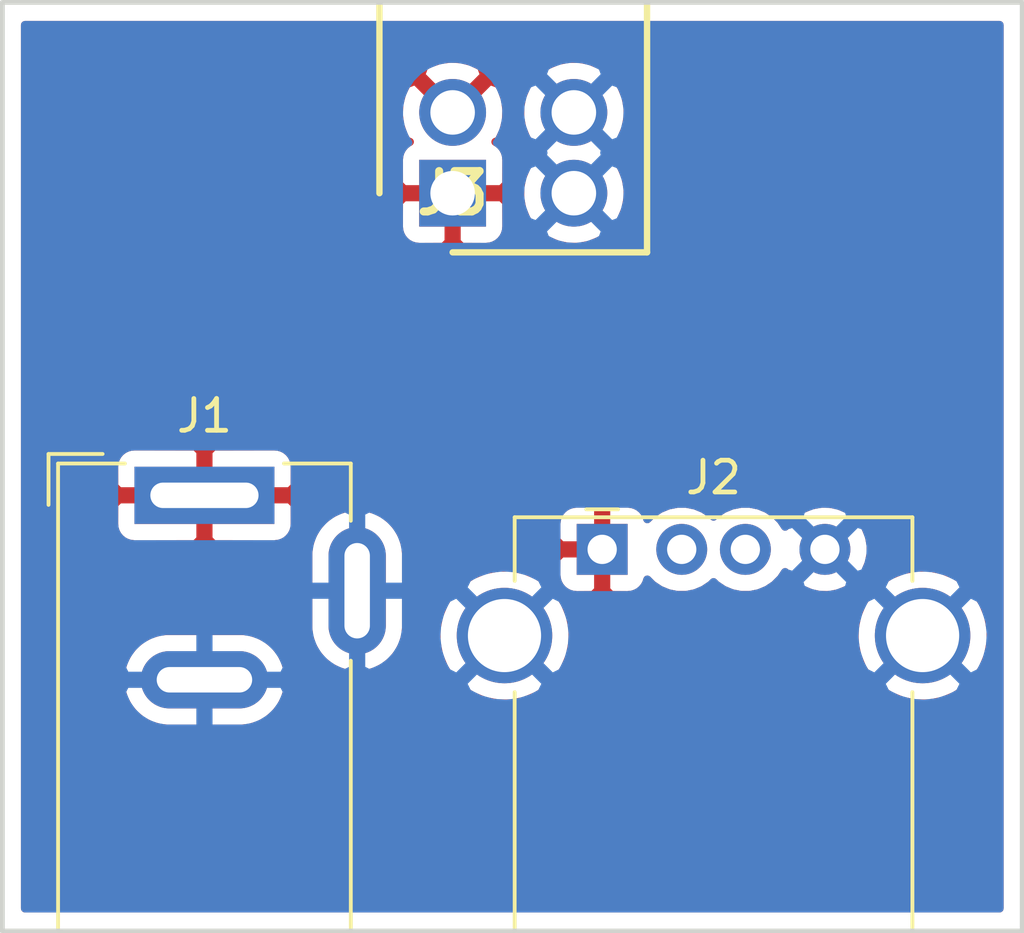
<source format=kicad_pcb>
(kicad_pcb (version 20171130) (host pcbnew "(5.1.5-0-10_14)")

  (general
    (thickness 1.6)
    (drawings 4)
    (tracks 0)
    (zones 0)
    (modules 3)
    (nets 5)
  )

  (page A4)
  (layers
    (0 F.Cu signal hide)
    (31 B.Cu signal hide)
    (32 B.Adhes user)
    (33 F.Adhes user)
    (34 B.Paste user)
    (35 F.Paste user)
    (36 B.SilkS user)
    (37 F.SilkS user)
    (38 B.Mask user)
    (39 F.Mask user)
    (40 Dwgs.User user)
    (41 Cmts.User user)
    (42 Eco1.User user)
    (43 Eco2.User user)
    (44 Edge.Cuts user)
    (45 Margin user)
    (46 B.CrtYd user)
    (47 F.CrtYd user)
    (48 B.Fab user)
    (49 F.Fab user)
  )

  (setup
    (last_trace_width 0.25)
    (trace_clearance 0.2)
    (zone_clearance 0.508)
    (zone_45_only no)
    (trace_min 0.2)
    (via_size 0.8)
    (via_drill 0.4)
    (via_min_size 0.4)
    (via_min_drill 0.3)
    (uvia_size 0.3)
    (uvia_drill 0.1)
    (uvias_allowed no)
    (uvia_min_size 0.2)
    (uvia_min_drill 0.1)
    (edge_width 0.05)
    (segment_width 0.2)
    (pcb_text_width 0.3)
    (pcb_text_size 1.5 1.5)
    (mod_edge_width 0.12)
    (mod_text_size 1 1)
    (mod_text_width 0.15)
    (pad_size 1.524 1.524)
    (pad_drill 0.762)
    (pad_to_mask_clearance 0.051)
    (solder_mask_min_width 0.25)
    (aux_axis_origin 0 0)
    (grid_origin 56.7 88.3)
    (visible_elements FFFFFF7F)
    (pcbplotparams
      (layerselection 0x010fc_ffffffff)
      (usegerberextensions false)
      (usegerberattributes false)
      (usegerberadvancedattributes false)
      (creategerberjobfile false)
      (excludeedgelayer true)
      (linewidth 0.100000)
      (plotframeref false)
      (viasonmask false)
      (mode 1)
      (useauxorigin false)
      (hpglpennumber 1)
      (hpglpenspeed 20)
      (hpglpendiameter 15.000000)
      (psnegative false)
      (psa4output false)
      (plotreference true)
      (plotvalue true)
      (plotinvisibletext false)
      (padsonsilk false)
      (subtractmaskfromsilk false)
      (outputformat 1)
      (mirror false)
      (drillshape 1)
      (scaleselection 1)
      (outputdirectory ""))
  )

  (net 0 "")
  (net 1 "Net-(J2-Pad2)")
  (net 2 "Net-(J2-Pad3)")
  (net 3 VCC)
  (net 4 GND)

  (net_class Default "This is the default net class."
    (clearance 0.2)
    (trace_width 0.25)
    (via_dia 0.8)
    (via_drill 0.4)
    (uvia_dia 0.3)
    (uvia_drill 0.1)
    (add_net GND)
    (add_net "Net-(J2-Pad2)")
    (add_net "Net-(J2-Pad3)")
    (add_net VCC)
  )

  (module Connector_USB:USB_A_Stewart_SS-52100-001_Horizontal (layer F.Cu) (tedit 5CB49A87) (tstamp 5EEBBD67)
    (at 77.4 72)
    (descr "USB A connector https://belfuse.com/resources/drawings/stewartconnector/dr-stw-ss-52100-001.pdf")
    (tags "USB_A Female Connector receptacle")
    (path /5EEB6608)
    (fp_text reference J2 (at 3.5 -2.26) (layer F.SilkS)
      (effects (font (size 1 1) (thickness 0.15)))
    )
    (fp_text value USB_A (at 3.5 14.49) (layer F.Fab) hide
      (effects (font (size 1 1) (thickness 0.15)))
    )
    (fp_line (start -5.15 1.99) (end -4.25 0.69) (layer F.CrtYd) (width 0.05))
    (fp_line (start -5.15 3.44) (end -5.15 1.99) (layer F.CrtYd) (width 0.05))
    (fp_line (start -3.25 4.74) (end -4.25 4.74) (layer F.CrtYd) (width 0.05))
    (fp_line (start -5.15 3.44) (end -4.25 4.74) (layer F.CrtYd) (width 0.05))
    (fp_line (start -3.25 0.69) (end -4.25 0.69) (layer F.CrtYd) (width 0.05))
    (fp_line (start 12.15 3.44) (end 11.25 4.74) (layer F.CrtYd) (width 0.05))
    (fp_line (start -3.25 0.69) (end -3.25 -1.51) (layer F.CrtYd) (width 0.05))
    (fp_line (start 10.25 -1.51) (end -3.25 -1.51) (layer F.CrtYd) (width 0.05))
    (fp_line (start 10.25 0.69) (end 10.25 -1.51) (layer F.CrtYd) (width 0.05))
    (fp_line (start 12.15 1.99) (end 12.15 3.44) (layer F.CrtYd) (width 0.05))
    (fp_line (start 10.25 0.69) (end 11.25 0.69) (layer F.CrtYd) (width 0.05))
    (fp_line (start 12.15 1.99) (end 11.25 0.69) (layer F.CrtYd) (width 0.05))
    (fp_line (start 10.75 12.49) (end 10.75 12.99) (layer F.Fab) (width 0.1))
    (fp_line (start 9.75 12.49) (end 10.75 12.49) (layer F.Fab) (width 0.1))
    (fp_line (start -3.75 12.49) (end -2.75 12.49) (layer F.Fab) (width 0.1))
    (fp_line (start -3.75 12.99) (end -3.75 12.49) (layer F.Fab) (width 0.1))
    (fp_line (start -3.75 12.99) (end 10.75 12.99) (layer F.Fab) (width 0.1))
    (fp_line (start -2.75 12.49) (end -2.75 -1.01) (layer F.Fab) (width 0.1))
    (fp_line (start -2.75 -1.01) (end 9.75 -1.01) (layer F.Fab) (width 0.1))
    (fp_line (start 9.75 12.49) (end 9.75 -1.01) (layer F.Fab) (width 0.1))
    (fp_text user %R (at 3.5 5.99) (layer F.Fab)
      (effects (font (size 1 1) (thickness 0.15)))
    )
    (fp_line (start -3.75 12.99) (end 10.75 12.99) (layer F.SilkS) (width 0.12))
    (fp_line (start 10.75 12.99) (end 10.75 12.49) (layer F.SilkS) (width 0.12))
    (fp_line (start 10.75 12.49) (end 9.75 12.49) (layer F.SilkS) (width 0.12))
    (fp_line (start 9.75 12.49) (end 9.75 4.49) (layer F.SilkS) (width 0.12))
    (fp_line (start 9.75 0.99) (end 9.75 -1.01) (layer F.SilkS) (width 0.12))
    (fp_line (start 9.75 -1.01) (end -2.75 -1.01) (layer F.SilkS) (width 0.12))
    (fp_line (start -2.75 -1.01) (end -2.75 0.99) (layer F.SilkS) (width 0.12))
    (fp_line (start -2.75 4.49) (end -2.75 12.49) (layer F.SilkS) (width 0.12))
    (fp_line (start -2.75 12.49) (end -3.75 12.49) (layer F.SilkS) (width 0.12))
    (fp_line (start -3.75 12.49) (end -3.75 12.99) (layer F.SilkS) (width 0.12))
    (fp_line (start -0.5 -1.26) (end 0.5 -1.26) (layer F.SilkS) (width 0.12))
    (fp_line (start -0.25 -1.01) (end 0 -0.76) (layer F.Fab) (width 0.1))
    (fp_line (start 0 -0.76) (end 0.25 -1.01) (layer F.Fab) (width 0.1))
    (fp_line (start -3.25 4.74) (end -3.25 11.99) (layer F.CrtYd) (width 0.05))
    (fp_line (start -3.25 11.99) (end -4.25 11.99) (layer F.CrtYd) (width 0.05))
    (fp_line (start -4.25 11.99) (end -4.25 13.49) (layer F.CrtYd) (width 0.05))
    (fp_line (start -4.25 13.49) (end 11.25 13.49) (layer F.CrtYd) (width 0.05))
    (fp_line (start 11.25 13.49) (end 11.25 11.99) (layer F.CrtYd) (width 0.05))
    (fp_line (start 11.25 11.99) (end 10.25 11.99) (layer F.CrtYd) (width 0.05))
    (fp_line (start 10.25 11.99) (end 10.25 4.74) (layer F.CrtYd) (width 0.05))
    (fp_line (start 10.25 4.74) (end 11.25 4.74) (layer F.CrtYd) (width 0.05))
    (pad 4 thru_hole circle (at 7 0) (size 1.6 1.6) (drill 0.92) (layers *.Cu *.Mask)
      (net 4 GND))
    (pad 3 thru_hole circle (at 4.5 0) (size 1.6 1.6) (drill 0.92) (layers *.Cu *.Mask)
      (net 2 "Net-(J2-Pad3)"))
    (pad 2 thru_hole circle (at 2.5 0) (size 1.6 1.6) (drill 0.92) (layers *.Cu *.Mask)
      (net 1 "Net-(J2-Pad2)"))
    (pad 1 thru_hole rect (at 0 0) (size 1.6 1.6) (drill 0.92) (layers *.Cu *.Mask)
      (net 3 VCC))
    (pad 5 thru_hole circle (at -3.07 2.71) (size 3 3) (drill 2.3) (layers *.Cu *.Mask)
      (net 4 GND))
    (pad 5 thru_hole circle (at 10.07 2.71) (size 3 3) (drill 2.3) (layers *.Cu *.Mask)
      (net 4 GND))
    (model ${KISYS3DMOD}/Connector_USB.3dshapes/USB_A_Stewart_SS-52100-001_Horizontal.wrl
      (at (xyz 0 0 0))
      (scale (xyz 1 1 1))
      (rotate (xyz 0 0 0))
    )
  )

  (module Connector_BarrelJack:BarrelJack_Wuerth_6941xx301002 (layer F.Cu) (tedit 5B191DE1) (tstamp 5EEBB60D)
    (at 64.9 70.3)
    (descr "Wuerth electronics barrel jack connector (5.5mm outher diameter, inner diameter 2.05mm or 2.55mm depending on exact order number), See: http://katalog.we-online.de/em/datasheet/6941xx301002.pdf")
    (tags "connector barrel jack")
    (path /5EEBA648)
    (fp_text reference J1 (at 0 -2.5) (layer F.SilkS)
      (effects (font (size 1 1) (thickness 0.15)))
    )
    (fp_text value Barrel_Jack_Switch (at 0 15.5) (layer F.Fab) hide
      (effects (font (size 1 1) (thickness 0.15)))
    )
    (fp_line (start -4.6 -1) (end -2.5 -1) (layer F.SilkS) (width 0.12))
    (fp_line (start 6.2 0.5) (end 5 0.5) (layer F.CrtYd) (width 0.05))
    (fp_line (start 6.2 5.5) (end 5 5.5) (layer F.CrtYd) (width 0.05))
    (fp_line (start 6.2 0.5) (end 6.2 5.5) (layer F.CrtYd) (width 0.05))
    (fp_line (start 5 0.5) (end 5 -1.4) (layer F.CrtYd) (width 0.05))
    (fp_line (start -5 14.1) (end 5 14.1) (layer F.CrtYd) (width 0.05))
    (fp_line (start -5 -1.4) (end -5 14.1) (layer F.CrtYd) (width 0.05))
    (fp_line (start 5 -1.4) (end -5 -1.4) (layer F.CrtYd) (width 0.05))
    (fp_line (start -4.9 -1.3) (end -4.9 0.3) (layer F.SilkS) (width 0.12))
    (fp_line (start -3.2 -1.3) (end -4.9 -1.3) (layer F.SilkS) (width 0.12))
    (fp_line (start 4.6 -1) (end 4.6 0.8) (layer F.SilkS) (width 0.12))
    (fp_line (start 2.5 -1) (end 4.6 -1) (layer F.SilkS) (width 0.12))
    (fp_line (start -4.6 13.7) (end -4.6 -1) (layer F.SilkS) (width 0.12))
    (fp_line (start 4.6 13.7) (end -4.6 13.7) (layer F.SilkS) (width 0.12))
    (fp_text user %R (at 0 7.5) (layer F.Fab)
      (effects (font (size 1 1) (thickness 0.15)))
    )
    (fp_line (start -4.5 13.6) (end -4.5 0.1) (layer F.Fab) (width 0.1))
    (fp_line (start 4.5 13.6) (end -4.5 13.6) (layer F.Fab) (width 0.1))
    (fp_line (start 4.5 -0.9) (end 4.5 13.6) (layer F.Fab) (width 0.1))
    (fp_line (start 4.5 -0.9) (end -3.5 -0.9) (layer F.Fab) (width 0.1))
    (fp_line (start -4.5 0.1) (end -3.5 -0.9) (layer F.Fab) (width 0.1))
    (fp_line (start 4.6 5.2) (end 4.6 13.7) (layer F.SilkS) (width 0.12))
    (fp_line (start 5 14.1) (end 5 5.5) (layer F.CrtYd) (width 0.05))
    (pad 1 thru_hole rect (at 0 0) (size 4.4 1.8) (drill oval 3.4 0.8) (layers *.Cu *.Mask)
      (net 3 VCC))
    (pad 2 thru_hole oval (at 0 5.8) (size 4 1.8) (drill oval 3 0.8) (layers *.Cu *.Mask)
      (net 4 GND))
    (pad 3 thru_hole oval (at 4.8 3 90) (size 4 1.8) (drill oval 3 0.8) (layers *.Cu *.Mask)
      (net 4 GND))
    (model ${KISYS3DMOD}/Connector_BarrelJack.3dshapes/BarrelJack_Wuerth_6941xx301002.wrl
      (at (xyz 0 0 0))
      (scale (xyz 1 1 1))
      (rotate (xyz 0 0 0))
    )
  )

  (module Connector:PhoenixContact_IMC_1862577 (layer F.Cu) (tedit 0) (tstamp 5EEA6137)
    (at 72.7 60.8)
    (descr 1862577)
    (tags Connector)
    (path /5EEC77C2)
    (fp_text reference J3 (at 0 0) (layer F.SilkS)
      (effects (font (size 1.27 1.27) (thickness 0.254)))
    )
    (fp_text value Phoenix_IMC_1862577 (at 0 0) (layer F.SilkS) hide
      (effects (font (size 1.27 1.27) (thickness 0.254)))
    )
    (fp_text user %R (at 0 0) (layer F.Fab)
      (effects (font (size 1.27 1.27) (thickness 0.254)))
    )
    (fp_line (start -2.55 2.11) (end -2.55 -24.09) (layer F.CrtYd) (width 0.05))
    (fp_line (start -2.55 -24.09) (end 6.36 -24.09) (layer F.CrtYd) (width 0.05))
    (fp_line (start 6.36 -24.09) (end 6.36 2.11) (layer F.CrtYd) (width 0.05))
    (fp_line (start 6.36 2.11) (end -2.55 2.11) (layer F.CrtYd) (width 0.05))
    (fp_line (start -2.3 1.86) (end -2.3 -23.84) (layer F.Fab) (width 0.1))
    (fp_line (start -2.3 -23.84) (end 6.11 -23.84) (layer F.Fab) (width 0.1))
    (fp_line (start 6.11 -23.84) (end 6.11 1.86) (layer F.Fab) (width 0.1))
    (fp_line (start 6.11 1.86) (end -2.3 1.86) (layer F.Fab) (width 0.1))
    (fp_line (start 0 1.86) (end 6.11 1.86) (layer F.SilkS) (width 0.2))
    (fp_line (start 6.11 1.86) (end 6.11 -23.84) (layer F.SilkS) (width 0.2))
    (fp_line (start 6.11 -23.84) (end -2.3 -23.84) (layer F.SilkS) (width 0.2))
    (fp_line (start -2.3 -23.84) (end -2.3 0) (layer F.SilkS) (width 0.2))
    (pad 1 thru_hole rect (at 0 0) (size 2.1 2.1) (drill 1.4) (layers *.Cu *.Mask)
      (net 3 VCC))
    (pad 2 thru_hole circle (at 0 -2.54) (size 2.1 2.1) (drill 1.4) (layers *.Cu *.Mask)
      (net 3 VCC))
    (pad 3 thru_hole circle (at 3.81 0) (size 2.1 2.1) (drill 1.4) (layers *.Cu *.Mask)
      (net 4 GND))
    (pad 4 thru_hole circle (at 3.81 -2.54) (size 2.1 2.1) (drill 1.4) (layers *.Cu *.Mask)
      (net 4 GND))
    (model 1862577.stp
      (at (xyz 0 0 0))
      (scale (xyz 1 1 1))
      (rotate (xyz 0 0 0))
    )
  )

  (gr_line (start 58.55 84) (end 58.55 54.8) (layer Edge.Cuts) (width 0.15) (tstamp 5EEA5DC3))
  (gr_line (start 90.6 84) (end 58.55 84) (layer Edge.Cuts) (width 0.15) (tstamp 5EEA5DBB))
  (gr_line (start 90.6 54.8) (end 90.6 84) (layer Edge.Cuts) (width 0.15))
  (gr_line (start 58.55 54.8) (end 90.6 54.8) (layer Edge.Cuts) (width 0.15))

  (zone (net 3) (net_name VCC) (layer F.Cu) (tstamp 0) (hatch edge 0.508)
    (connect_pads (clearance 0.508))
    (min_thickness 0.254)
    (fill yes (arc_segments 32) (thermal_gap 0.508) (thermal_bridge_width 0.508))
    (polygon
      (pts
        (xy 90.525 84) (xy 58.475 84) (xy 58.55 54.825) (xy 90.6 54.825)
      )
    )
    (filled_polygon
      (pts
        (xy 89.890001 83.29) (xy 59.26 83.29) (xy 59.26 76.1) (xy 62.257573 76.1) (xy 62.28721 76.400913)
        (xy 62.374983 76.690261) (xy 62.517519 76.956927) (xy 62.709339 77.190661) (xy 62.943073 77.382481) (xy 63.209739 77.525017)
        (xy 63.499087 77.61279) (xy 63.724592 77.635) (xy 66.075408 77.635) (xy 66.300913 77.61279) (xy 66.590261 77.525017)
        (xy 66.856927 77.382481) (xy 67.090661 77.190661) (xy 67.282481 76.956927) (xy 67.425017 76.690261) (xy 67.51279 76.400913)
        (xy 67.542427 76.1) (xy 67.51279 75.799087) (xy 67.425017 75.509739) (xy 67.282481 75.243073) (xy 67.090661 75.009339)
        (xy 66.856927 74.817519) (xy 66.590261 74.674983) (xy 66.300913 74.58721) (xy 66.075408 74.565) (xy 63.724592 74.565)
        (xy 63.499087 74.58721) (xy 63.209739 74.674983) (xy 62.943073 74.817519) (xy 62.709339 75.009339) (xy 62.517519 75.243073)
        (xy 62.374983 75.509739) (xy 62.28721 75.799087) (xy 62.257573 76.1) (xy 59.26 76.1) (xy 59.26 72.124593)
        (xy 68.165 72.124593) (xy 68.165001 74.475408) (xy 68.187211 74.700913) (xy 68.274984 74.990261) (xy 68.41752 75.256927)
        (xy 68.60934 75.490661) (xy 68.843074 75.682481) (xy 69.10974 75.825017) (xy 69.399088 75.91279) (xy 69.7 75.942427)
        (xy 70.000913 75.91279) (xy 70.290261 75.825017) (xy 70.556927 75.682481) (xy 70.790661 75.490661) (xy 70.982481 75.256927)
        (xy 71.125017 74.990261) (xy 71.21279 74.700913) (xy 71.232605 74.499721) (xy 72.195 74.499721) (xy 72.195 74.920279)
        (xy 72.277047 75.332756) (xy 72.437988 75.721302) (xy 72.671637 76.070983) (xy 72.969017 76.368363) (xy 73.318698 76.602012)
        (xy 73.707244 76.762953) (xy 74.119721 76.845) (xy 74.540279 76.845) (xy 74.952756 76.762953) (xy 75.341302 76.602012)
        (xy 75.690983 76.368363) (xy 75.988363 76.070983) (xy 76.222012 75.721302) (xy 76.382953 75.332756) (xy 76.465 74.920279)
        (xy 76.465 74.499721) (xy 85.335 74.499721) (xy 85.335 74.920279) (xy 85.417047 75.332756) (xy 85.577988 75.721302)
        (xy 85.811637 76.070983) (xy 86.109017 76.368363) (xy 86.458698 76.602012) (xy 86.847244 76.762953) (xy 87.259721 76.845)
        (xy 87.680279 76.845) (xy 88.092756 76.762953) (xy 88.481302 76.602012) (xy 88.830983 76.368363) (xy 89.128363 76.070983)
        (xy 89.362012 75.721302) (xy 89.522953 75.332756) (xy 89.605 74.920279) (xy 89.605 74.499721) (xy 89.522953 74.087244)
        (xy 89.362012 73.698698) (xy 89.128363 73.349017) (xy 88.830983 73.051637) (xy 88.481302 72.817988) (xy 88.092756 72.657047)
        (xy 87.680279 72.575) (xy 87.259721 72.575) (xy 86.847244 72.657047) (xy 86.458698 72.817988) (xy 86.109017 73.051637)
        (xy 85.811637 73.349017) (xy 85.577988 73.698698) (xy 85.417047 74.087244) (xy 85.335 74.499721) (xy 76.465 74.499721)
        (xy 76.382953 74.087244) (xy 76.222012 73.698698) (xy 75.988363 73.349017) (xy 75.690983 73.051637) (xy 75.341302 72.817988)
        (xy 75.297876 72.8) (xy 75.961928 72.8) (xy 75.974188 72.924482) (xy 76.010498 73.04418) (xy 76.069463 73.154494)
        (xy 76.148815 73.251185) (xy 76.245506 73.330537) (xy 76.35582 73.389502) (xy 76.475518 73.425812) (xy 76.6 73.438072)
        (xy 77.11425 73.435) (xy 77.273 73.27625) (xy 77.273 72.127) (xy 76.12375 72.127) (xy 75.965 72.28575)
        (xy 75.961928 72.8) (xy 75.297876 72.8) (xy 74.952756 72.657047) (xy 74.540279 72.575) (xy 74.119721 72.575)
        (xy 73.707244 72.657047) (xy 73.318698 72.817988) (xy 72.969017 73.051637) (xy 72.671637 73.349017) (xy 72.437988 73.698698)
        (xy 72.277047 74.087244) (xy 72.195 74.499721) (xy 71.232605 74.499721) (xy 71.235 74.475408) (xy 71.235 72.124592)
        (xy 71.21279 71.899087) (xy 71.125017 71.609739) (xy 70.982481 71.343073) (xy 70.865065 71.2) (xy 75.961928 71.2)
        (xy 75.965 71.71425) (xy 76.12375 71.873) (xy 77.273 71.873) (xy 77.273 70.72375) (xy 77.527 70.72375)
        (xy 77.527 71.873) (xy 77.547 71.873) (xy 77.547 72.127) (xy 77.527 72.127) (xy 77.527 73.27625)
        (xy 77.68575 73.435) (xy 78.2 73.438072) (xy 78.324482 73.425812) (xy 78.44418 73.389502) (xy 78.554494 73.330537)
        (xy 78.651185 73.251185) (xy 78.730537 73.154494) (xy 78.789502 73.04418) (xy 78.818661 72.948057) (xy 78.985241 73.114637)
        (xy 79.220273 73.27168) (xy 79.481426 73.379853) (xy 79.758665 73.435) (xy 80.041335 73.435) (xy 80.318574 73.379853)
        (xy 80.579727 73.27168) (xy 80.814759 73.114637) (xy 80.9 73.029396) (xy 80.985241 73.114637) (xy 81.220273 73.27168)
        (xy 81.481426 73.379853) (xy 81.758665 73.435) (xy 82.041335 73.435) (xy 82.318574 73.379853) (xy 82.579727 73.27168)
        (xy 82.814759 73.114637) (xy 83.014637 72.914759) (xy 83.15 72.712173) (xy 83.285363 72.914759) (xy 83.485241 73.114637)
        (xy 83.720273 73.27168) (xy 83.981426 73.379853) (xy 84.258665 73.435) (xy 84.541335 73.435) (xy 84.818574 73.379853)
        (xy 85.079727 73.27168) (xy 85.314759 73.114637) (xy 85.514637 72.914759) (xy 85.67168 72.679727) (xy 85.779853 72.418574)
        (xy 85.835 72.141335) (xy 85.835 71.858665) (xy 85.779853 71.581426) (xy 85.67168 71.320273) (xy 85.514637 71.085241)
        (xy 85.314759 70.885363) (xy 85.079727 70.72832) (xy 84.818574 70.620147) (xy 84.541335 70.565) (xy 84.258665 70.565)
        (xy 83.981426 70.620147) (xy 83.720273 70.72832) (xy 83.485241 70.885363) (xy 83.285363 71.085241) (xy 83.15 71.287827)
        (xy 83.014637 71.085241) (xy 82.814759 70.885363) (xy 82.579727 70.72832) (xy 82.318574 70.620147) (xy 82.041335 70.565)
        (xy 81.758665 70.565) (xy 81.481426 70.620147) (xy 81.220273 70.72832) (xy 80.985241 70.885363) (xy 80.9 70.970604)
        (xy 80.814759 70.885363) (xy 80.579727 70.72832) (xy 80.318574 70.620147) (xy 80.041335 70.565) (xy 79.758665 70.565)
        (xy 79.481426 70.620147) (xy 79.220273 70.72832) (xy 78.985241 70.885363) (xy 78.818661 71.051943) (xy 78.789502 70.95582)
        (xy 78.730537 70.845506) (xy 78.651185 70.748815) (xy 78.554494 70.669463) (xy 78.44418 70.610498) (xy 78.324482 70.574188)
        (xy 78.2 70.561928) (xy 77.68575 70.565) (xy 77.527 70.72375) (xy 77.273 70.72375) (xy 77.11425 70.565)
        (xy 76.6 70.561928) (xy 76.475518 70.574188) (xy 76.35582 70.610498) (xy 76.245506 70.669463) (xy 76.148815 70.748815)
        (xy 76.069463 70.845506) (xy 76.010498 70.95582) (xy 75.974188 71.075518) (xy 75.961928 71.2) (xy 70.865065 71.2)
        (xy 70.790661 71.109339) (xy 70.556926 70.917519) (xy 70.29026 70.774983) (xy 70.000912 70.68721) (xy 69.7 70.657573)
        (xy 69.399087 70.68721) (xy 69.109739 70.774983) (xy 68.843073 70.917519) (xy 68.609339 71.109339) (xy 68.417519 71.343074)
        (xy 68.274983 71.60974) (xy 68.18721 71.899088) (xy 68.165 72.124593) (xy 59.26 72.124593) (xy 59.26 71.2)
        (xy 62.061928 71.2) (xy 62.074188 71.324482) (xy 62.110498 71.44418) (xy 62.169463 71.554494) (xy 62.248815 71.651185)
        (xy 62.345506 71.730537) (xy 62.45582 71.789502) (xy 62.575518 71.825812) (xy 62.7 71.838072) (xy 64.61425 71.835)
        (xy 64.773 71.67625) (xy 64.773 70.427) (xy 65.027 70.427) (xy 65.027 71.67625) (xy 65.18575 71.835)
        (xy 67.1 71.838072) (xy 67.224482 71.825812) (xy 67.34418 71.789502) (xy 67.454494 71.730537) (xy 67.551185 71.651185)
        (xy 67.630537 71.554494) (xy 67.689502 71.44418) (xy 67.725812 71.324482) (xy 67.738072 71.2) (xy 67.735 70.58575)
        (xy 67.57625 70.427) (xy 65.027 70.427) (xy 64.773 70.427) (xy 62.22375 70.427) (xy 62.065 70.58575)
        (xy 62.061928 71.2) (xy 59.26 71.2) (xy 59.26 69.4) (xy 62.061928 69.4) (xy 62.065 70.01425)
        (xy 62.22375 70.173) (xy 64.773 70.173) (xy 64.773 68.92375) (xy 65.027 68.92375) (xy 65.027 70.173)
        (xy 67.57625 70.173) (xy 67.735 70.01425) (xy 67.738072 69.4) (xy 67.725812 69.275518) (xy 67.689502 69.15582)
        (xy 67.630537 69.045506) (xy 67.551185 68.948815) (xy 67.454494 68.869463) (xy 67.34418 68.810498) (xy 67.224482 68.774188)
        (xy 67.1 68.761928) (xy 65.18575 68.765) (xy 65.027 68.92375) (xy 64.773 68.92375) (xy 64.61425 68.765)
        (xy 62.7 68.761928) (xy 62.575518 68.774188) (xy 62.45582 68.810498) (xy 62.345506 68.869463) (xy 62.248815 68.948815)
        (xy 62.169463 69.045506) (xy 62.110498 69.15582) (xy 62.074188 69.275518) (xy 62.061928 69.4) (xy 59.26 69.4)
        (xy 59.26 61.85) (xy 71.011928 61.85) (xy 71.024188 61.974482) (xy 71.060498 62.09418) (xy 71.119463 62.204494)
        (xy 71.198815 62.301185) (xy 71.295506 62.380537) (xy 71.40582 62.439502) (xy 71.525518 62.475812) (xy 71.65 62.488072)
        (xy 72.41425 62.485) (xy 72.573 62.32625) (xy 72.573 60.927) (xy 72.827 60.927) (xy 72.827 62.32625)
        (xy 72.98575 62.485) (xy 73.75 62.488072) (xy 73.874482 62.475812) (xy 73.99418 62.439502) (xy 74.104494 62.380537)
        (xy 74.201185 62.301185) (xy 74.280537 62.204494) (xy 74.339502 62.09418) (xy 74.375812 61.974482) (xy 74.388072 61.85)
        (xy 74.385 61.08575) (xy 74.22625 60.927) (xy 72.827 60.927) (xy 72.573 60.927) (xy 71.17375 60.927)
        (xy 71.015 61.08575) (xy 71.011928 61.85) (xy 59.26 61.85) (xy 59.26 58.320617) (xy 71.007934 58.320617)
        (xy 71.052272 58.649557) (xy 71.159931 58.963527) (xy 71.259421 59.149661) (xy 71.357082 59.186549) (xy 71.295506 59.219463)
        (xy 71.198815 59.298815) (xy 71.119463 59.395506) (xy 71.060498 59.50582) (xy 71.024188 59.625518) (xy 71.011928 59.75)
        (xy 71.015 60.51425) (xy 71.17375 60.673) (xy 72.573 60.673) (xy 72.573 60.653) (xy 72.827 60.653)
        (xy 72.827 60.673) (xy 74.22625 60.673) (xy 74.385 60.51425) (xy 74.388072 59.75) (xy 74.375812 59.625518)
        (xy 74.339502 59.50582) (xy 74.280537 59.395506) (xy 74.201185 59.298815) (xy 74.104494 59.219463) (xy 74.042918 59.186549)
        (xy 74.140579 59.149661) (xy 74.286463 58.851523) (xy 74.37138 58.530654) (xy 74.392066 58.199383) (xy 74.377868 58.094042)
        (xy 74.825 58.094042) (xy 74.825 58.425958) (xy 74.889754 58.751496) (xy 75.016772 59.058147) (xy 75.201175 59.334125)
        (xy 75.39705 59.53) (xy 75.201175 59.725875) (xy 75.016772 60.001853) (xy 74.889754 60.308504) (xy 74.825 60.634042)
        (xy 74.825 60.965958) (xy 74.889754 61.291496) (xy 75.016772 61.598147) (xy 75.201175 61.874125) (xy 75.435875 62.108825)
        (xy 75.711853 62.293228) (xy 76.018504 62.420246) (xy 76.344042 62.485) (xy 76.675958 62.485) (xy 77.001496 62.420246)
        (xy 77.308147 62.293228) (xy 77.584125 62.108825) (xy 77.818825 61.874125) (xy 78.003228 61.598147) (xy 78.130246 61.291496)
        (xy 78.195 60.965958) (xy 78.195 60.634042) (xy 78.130246 60.308504) (xy 78.003228 60.001853) (xy 77.818825 59.725875)
        (xy 77.62295 59.53) (xy 77.818825 59.334125) (xy 78.003228 59.058147) (xy 78.130246 58.751496) (xy 78.195 58.425958)
        (xy 78.195 58.094042) (xy 78.130246 57.768504) (xy 78.003228 57.461853) (xy 77.818825 57.185875) (xy 77.584125 56.951175)
        (xy 77.308147 56.766772) (xy 77.001496 56.639754) (xy 76.675958 56.575) (xy 76.344042 56.575) (xy 76.018504 56.639754)
        (xy 75.711853 56.766772) (xy 75.435875 56.951175) (xy 75.201175 57.185875) (xy 75.016772 57.461853) (xy 74.889754 57.768504)
        (xy 74.825 58.094042) (xy 74.377868 58.094042) (xy 74.347728 57.870443) (xy 74.240069 57.556473) (xy 74.140579 57.370339)
        (xy 73.871066 57.268539) (xy 72.879605 58.26) (xy 72.893748 58.274143) (xy 72.714143 58.453748) (xy 72.7 58.439605)
        (xy 72.685858 58.453748) (xy 72.506253 58.274143) (xy 72.520395 58.26) (xy 71.528934 57.268539) (xy 71.259421 57.370339)
        (xy 71.113537 57.668477) (xy 71.02862 57.989346) (xy 71.007934 58.320617) (xy 59.26 58.320617) (xy 59.26 57.088934)
        (xy 71.708539 57.088934) (xy 72.7 58.080395) (xy 73.691461 57.088934) (xy 73.589661 56.819421) (xy 73.291523 56.673537)
        (xy 72.970654 56.58862) (xy 72.639383 56.567934) (xy 72.310443 56.612272) (xy 71.996473 56.719931) (xy 71.810339 56.819421)
        (xy 71.708539 57.088934) (xy 59.26 57.088934) (xy 59.26 55.51) (xy 89.89 55.51)
      )
    )
  )
  (zone (net 4) (net_name GND) (layer B.Cu) (tstamp 5EEBC311) (hatch edge 0.508)
    (connect_pads (clearance 0.508))
    (min_thickness 0.254)
    (fill yes (arc_segments 32) (thermal_gap 0.508) (thermal_bridge_width 0.508))
    (polygon
      (pts
        (xy 90.525 84) (xy 58.475 84) (xy 58.55 54.825) (xy 90.6 54.825)
      )
    )
    (filled_polygon
      (pts
        (xy 89.890001 83.29) (xy 59.26 83.29) (xy 59.26 76.46474) (xy 62.308964 76.46474) (xy 62.333245 76.570087)
        (xy 62.453138 76.847204) (xy 62.62479 77.095606) (xy 62.841604 77.305748) (xy 63.095249 77.469554) (xy 63.375977 77.580729)
        (xy 63.673 77.635) (xy 64.773 77.635) (xy 64.773 76.227) (xy 65.027 76.227) (xy 65.027 77.635)
        (xy 66.127 77.635) (xy 66.424023 77.580729) (xy 66.704751 77.469554) (xy 66.958396 77.305748) (xy 67.17521 77.095606)
        (xy 67.346862 76.847204) (xy 67.466755 76.570087) (xy 67.491036 76.46474) (xy 67.370378 76.227) (xy 65.027 76.227)
        (xy 64.773 76.227) (xy 62.429622 76.227) (xy 62.308964 76.46474) (xy 59.26 76.46474) (xy 59.26 76.201653)
        (xy 73.017952 76.201653) (xy 73.173962 76.517214) (xy 73.548745 76.70802) (xy 73.953551 76.822044) (xy 74.372824 76.854902)
        (xy 74.790451 76.805334) (xy 75.190383 76.675243) (xy 75.486038 76.517214) (xy 75.642048 76.201653) (xy 86.157952 76.201653)
        (xy 86.313962 76.517214) (xy 86.688745 76.70802) (xy 87.093551 76.822044) (xy 87.512824 76.854902) (xy 87.930451 76.805334)
        (xy 88.330383 76.675243) (xy 88.626038 76.517214) (xy 88.782048 76.201653) (xy 87.47 74.889605) (xy 86.157952 76.201653)
        (xy 75.642048 76.201653) (xy 74.33 74.889605) (xy 73.017952 76.201653) (xy 59.26 76.201653) (xy 59.26 75.73526)
        (xy 62.308964 75.73526) (xy 62.429622 75.973) (xy 64.773 75.973) (xy 64.773 74.565) (xy 65.027 74.565)
        (xy 65.027 75.973) (xy 67.370378 75.973) (xy 67.491036 75.73526) (xy 67.466755 75.629913) (xy 67.346862 75.352796)
        (xy 67.17521 75.104394) (xy 66.958396 74.894252) (xy 66.704751 74.730446) (xy 66.424023 74.619271) (xy 66.127 74.565)
        (xy 65.027 74.565) (xy 64.773 74.565) (xy 63.673 74.565) (xy 63.375977 74.619271) (xy 63.095249 74.730446)
        (xy 62.841604 74.894252) (xy 62.62479 75.104394) (xy 62.453138 75.352796) (xy 62.333245 75.629913) (xy 62.308964 75.73526)
        (xy 59.26 75.73526) (xy 59.26 73.427) (xy 68.165 73.427) (xy 68.165 74.527) (xy 68.219271 74.824023)
        (xy 68.330446 75.104751) (xy 68.494252 75.358396) (xy 68.704394 75.57521) (xy 68.952796 75.746862) (xy 69.229913 75.866755)
        (xy 69.33526 75.891036) (xy 69.573 75.770378) (xy 69.573 73.427) (xy 69.827 73.427) (xy 69.827 75.770378)
        (xy 70.06474 75.891036) (xy 70.170087 75.866755) (xy 70.447204 75.746862) (xy 70.695606 75.57521) (xy 70.905748 75.358396)
        (xy 71.069554 75.104751) (xy 71.180729 74.824023) (xy 71.193738 74.752824) (xy 72.185098 74.752824) (xy 72.234666 75.170451)
        (xy 72.364757 75.570383) (xy 72.522786 75.866038) (xy 72.838347 76.022048) (xy 74.150395 74.71) (xy 74.509605 74.71)
        (xy 75.821653 76.022048) (xy 76.137214 75.866038) (xy 76.32802 75.491255) (xy 76.442044 75.086449) (xy 76.468189 74.752824)
        (xy 85.325098 74.752824) (xy 85.374666 75.170451) (xy 85.504757 75.570383) (xy 85.662786 75.866038) (xy 85.978347 76.022048)
        (xy 87.290395 74.71) (xy 87.649605 74.71) (xy 88.961653 76.022048) (xy 89.277214 75.866038) (xy 89.46802 75.491255)
        (xy 89.582044 75.086449) (xy 89.614902 74.667176) (xy 89.565334 74.249549) (xy 89.435243 73.849617) (xy 89.277214 73.553962)
        (xy 88.961653 73.397952) (xy 87.649605 74.71) (xy 87.290395 74.71) (xy 85.978347 73.397952) (xy 85.662786 73.553962)
        (xy 85.47198 73.928745) (xy 85.357956 74.333551) (xy 85.325098 74.752824) (xy 76.468189 74.752824) (xy 76.474902 74.667176)
        (xy 76.425334 74.249549) (xy 76.295243 73.849617) (xy 76.137214 73.553962) (xy 75.821653 73.397952) (xy 74.509605 74.71)
        (xy 74.150395 74.71) (xy 72.838347 73.397952) (xy 72.522786 73.553962) (xy 72.33198 73.928745) (xy 72.217956 74.333551)
        (xy 72.185098 74.752824) (xy 71.193738 74.752824) (xy 71.235 74.527) (xy 71.235 73.427) (xy 69.827 73.427)
        (xy 69.573 73.427) (xy 68.165 73.427) (xy 59.26 73.427) (xy 59.26 73.218347) (xy 73.017952 73.218347)
        (xy 74.33 74.530395) (xy 75.642048 73.218347) (xy 75.486038 72.902786) (xy 75.111255 72.71198) (xy 74.706449 72.597956)
        (xy 74.287176 72.565098) (xy 73.869549 72.614666) (xy 73.469617 72.744757) (xy 73.173962 72.902786) (xy 73.017952 73.218347)
        (xy 59.26 73.218347) (xy 59.26 72.073) (xy 68.165 72.073) (xy 68.165 73.173) (xy 69.573 73.173)
        (xy 69.573 70.829622) (xy 69.827 70.829622) (xy 69.827 73.173) (xy 71.235 73.173) (xy 71.235 72.073)
        (xy 71.180729 71.775977) (xy 71.069554 71.495249) (xy 70.905748 71.241604) (xy 70.865425 71.2) (xy 75.961928 71.2)
        (xy 75.961928 72.8) (xy 75.974188 72.924482) (xy 76.010498 73.04418) (xy 76.069463 73.154494) (xy 76.148815 73.251185)
        (xy 76.245506 73.330537) (xy 76.35582 73.389502) (xy 76.475518 73.425812) (xy 76.6 73.438072) (xy 78.2 73.438072)
        (xy 78.324482 73.425812) (xy 78.44418 73.389502) (xy 78.554494 73.330537) (xy 78.651185 73.251185) (xy 78.730537 73.154494)
        (xy 78.789502 73.04418) (xy 78.818661 72.948057) (xy 78.985241 73.114637) (xy 79.220273 73.27168) (xy 79.481426 73.379853)
        (xy 79.758665 73.435) (xy 80.041335 73.435) (xy 80.318574 73.379853) (xy 80.579727 73.27168) (xy 80.814759 73.114637)
        (xy 80.9 73.029396) (xy 80.985241 73.114637) (xy 81.220273 73.27168) (xy 81.481426 73.379853) (xy 81.758665 73.435)
        (xy 82.041335 73.435) (xy 82.318574 73.379853) (xy 82.579727 73.27168) (xy 82.814759 73.114637) (xy 82.936694 72.992702)
        (xy 83.586903 72.992702) (xy 83.658486 73.236671) (xy 83.913996 73.357571) (xy 84.188184 73.4263) (xy 84.470512 73.440217)
        (xy 84.75013 73.398787) (xy 85.016292 73.303603) (xy 85.141514 73.236671) (xy 85.14689 73.218347) (xy 86.157952 73.218347)
        (xy 87.47 74.530395) (xy 88.782048 73.218347) (xy 88.626038 72.902786) (xy 88.251255 72.71198) (xy 87.846449 72.597956)
        (xy 87.427176 72.565098) (xy 87.009549 72.614666) (xy 86.609617 72.744757) (xy 86.313962 72.902786) (xy 86.157952 73.218347)
        (xy 85.14689 73.218347) (xy 85.213097 72.992702) (xy 84.4 72.179605) (xy 83.586903 72.992702) (xy 82.936694 72.992702)
        (xy 83.014637 72.914759) (xy 83.148692 72.714131) (xy 83.163329 72.741514) (xy 83.407298 72.813097) (xy 84.220395 72)
        (xy 84.579605 72) (xy 85.392702 72.813097) (xy 85.636671 72.741514) (xy 85.757571 72.486004) (xy 85.8263 72.211816)
        (xy 85.840217 71.929488) (xy 85.798787 71.64987) (xy 85.703603 71.383708) (xy 85.636671 71.258486) (xy 85.392702 71.186903)
        (xy 84.579605 72) (xy 84.220395 72) (xy 83.407298 71.186903) (xy 83.163329 71.258486) (xy 83.149676 71.287341)
        (xy 83.014637 71.085241) (xy 82.936694 71.007298) (xy 83.586903 71.007298) (xy 84.4 71.820395) (xy 85.213097 71.007298)
        (xy 85.141514 70.763329) (xy 84.886004 70.642429) (xy 84.611816 70.5737) (xy 84.329488 70.559783) (xy 84.04987 70.601213)
        (xy 83.783708 70.696397) (xy 83.658486 70.763329) (xy 83.586903 71.007298) (xy 82.936694 71.007298) (xy 82.814759 70.885363)
        (xy 82.579727 70.72832) (xy 82.318574 70.620147) (xy 82.041335 70.565) (xy 81.758665 70.565) (xy 81.481426 70.620147)
        (xy 81.220273 70.72832) (xy 80.985241 70.885363) (xy 80.9 70.970604) (xy 80.814759 70.885363) (xy 80.579727 70.72832)
        (xy 80.318574 70.620147) (xy 80.041335 70.565) (xy 79.758665 70.565) (xy 79.481426 70.620147) (xy 79.220273 70.72832)
        (xy 78.985241 70.885363) (xy 78.818661 71.051943) (xy 78.789502 70.95582) (xy 78.730537 70.845506) (xy 78.651185 70.748815)
        (xy 78.554494 70.669463) (xy 78.44418 70.610498) (xy 78.324482 70.574188) (xy 78.2 70.561928) (xy 76.6 70.561928)
        (xy 76.475518 70.574188) (xy 76.35582 70.610498) (xy 76.245506 70.669463) (xy 76.148815 70.748815) (xy 76.069463 70.845506)
        (xy 76.010498 70.95582) (xy 75.974188 71.075518) (xy 75.961928 71.2) (xy 70.865425 71.2) (xy 70.695606 71.02479)
        (xy 70.447204 70.853138) (xy 70.170087 70.733245) (xy 70.06474 70.708964) (xy 69.827 70.829622) (xy 69.573 70.829622)
        (xy 69.33526 70.708964) (xy 69.229913 70.733245) (xy 68.952796 70.853138) (xy 68.704394 71.02479) (xy 68.494252 71.241604)
        (xy 68.330446 71.495249) (xy 68.219271 71.775977) (xy 68.165 72.073) (xy 59.26 72.073) (xy 59.26 69.4)
        (xy 62.061928 69.4) (xy 62.061928 71.2) (xy 62.074188 71.324482) (xy 62.110498 71.44418) (xy 62.169463 71.554494)
        (xy 62.248815 71.651185) (xy 62.345506 71.730537) (xy 62.45582 71.789502) (xy 62.575518 71.825812) (xy 62.7 71.838072)
        (xy 67.1 71.838072) (xy 67.224482 71.825812) (xy 67.34418 71.789502) (xy 67.454494 71.730537) (xy 67.551185 71.651185)
        (xy 67.630537 71.554494) (xy 67.689502 71.44418) (xy 67.725812 71.324482) (xy 67.738072 71.2) (xy 67.738072 69.4)
        (xy 67.725812 69.275518) (xy 67.689502 69.15582) (xy 67.630537 69.045506) (xy 67.551185 68.948815) (xy 67.454494 68.869463)
        (xy 67.34418 68.810498) (xy 67.224482 68.774188) (xy 67.1 68.761928) (xy 62.7 68.761928) (xy 62.575518 68.774188)
        (xy 62.45582 68.810498) (xy 62.345506 68.869463) (xy 62.248815 68.948815) (xy 62.169463 69.045506) (xy 62.110498 69.15582)
        (xy 62.074188 69.275518) (xy 62.061928 69.4) (xy 59.26 69.4) (xy 59.26 59.75) (xy 71.011928 59.75)
        (xy 71.011928 61.85) (xy 71.024188 61.974482) (xy 71.060498 62.09418) (xy 71.119463 62.204494) (xy 71.198815 62.301185)
        (xy 71.295506 62.380537) (xy 71.40582 62.439502) (xy 71.525518 62.475812) (xy 71.65 62.488072) (xy 73.75 62.488072)
        (xy 73.874482 62.475812) (xy 73.99418 62.439502) (xy 74.104494 62.380537) (xy 74.201185 62.301185) (xy 74.280537 62.204494)
        (xy 74.339502 62.09418) (xy 74.375812 61.974482) (xy 74.376148 61.971066) (xy 75.518539 61.971066) (xy 75.620339 62.240579)
        (xy 75.918477 62.386463) (xy 76.239346 62.47138) (xy 76.570617 62.492066) (xy 76.899557 62.447728) (xy 77.213527 62.340069)
        (xy 77.399661 62.240579) (xy 77.501461 61.971066) (xy 76.51 60.979605) (xy 75.518539 61.971066) (xy 74.376148 61.971066)
        (xy 74.388072 61.85) (xy 74.388072 60.860617) (xy 74.817934 60.860617) (xy 74.862272 61.189557) (xy 74.969931 61.503527)
        (xy 75.069421 61.689661) (xy 75.338934 61.791461) (xy 76.330395 60.8) (xy 76.689605 60.8) (xy 77.681066 61.791461)
        (xy 77.950579 61.689661) (xy 78.096463 61.391523) (xy 78.18138 61.070654) (xy 78.202066 60.739383) (xy 78.157728 60.410443)
        (xy 78.050069 60.096473) (xy 77.950579 59.910339) (xy 77.681066 59.808539) (xy 76.689605 60.8) (xy 76.330395 60.8)
        (xy 75.338934 59.808539) (xy 75.069421 59.910339) (xy 74.923537 60.208477) (xy 74.83862 60.529346) (xy 74.817934 60.860617)
        (xy 74.388072 60.860617) (xy 74.388072 59.75) (xy 74.375812 59.625518) (xy 74.339502 59.50582) (xy 74.299545 59.431066)
        (xy 75.518539 59.431066) (xy 75.555908 59.53) (xy 75.518539 59.628934) (xy 76.51 60.620395) (xy 77.501461 59.628934)
        (xy 77.464092 59.53) (xy 77.501461 59.431066) (xy 76.51 58.439605) (xy 75.518539 59.431066) (xy 74.299545 59.431066)
        (xy 74.280537 59.395506) (xy 74.201185 59.298815) (xy 74.104494 59.219463) (xy 74.090454 59.211958) (xy 74.193228 59.058147)
        (xy 74.320246 58.751496) (xy 74.385 58.425958) (xy 74.385 58.320617) (xy 74.817934 58.320617) (xy 74.862272 58.649557)
        (xy 74.969931 58.963527) (xy 75.069421 59.149661) (xy 75.338934 59.251461) (xy 76.330395 58.26) (xy 76.689605 58.26)
        (xy 77.681066 59.251461) (xy 77.950579 59.149661) (xy 78.096463 58.851523) (xy 78.18138 58.530654) (xy 78.202066 58.199383)
        (xy 78.157728 57.870443) (xy 78.050069 57.556473) (xy 77.950579 57.370339) (xy 77.681066 57.268539) (xy 76.689605 58.26)
        (xy 76.330395 58.26) (xy 75.338934 57.268539) (xy 75.069421 57.370339) (xy 74.923537 57.668477) (xy 74.83862 57.989346)
        (xy 74.817934 58.320617) (xy 74.385 58.320617) (xy 74.385 58.094042) (xy 74.320246 57.768504) (xy 74.193228 57.461853)
        (xy 74.008825 57.185875) (xy 73.911884 57.088934) (xy 75.518539 57.088934) (xy 76.51 58.080395) (xy 77.501461 57.088934)
        (xy 77.399661 56.819421) (xy 77.101523 56.673537) (xy 76.780654 56.58862) (xy 76.449383 56.567934) (xy 76.120443 56.612272)
        (xy 75.806473 56.719931) (xy 75.620339 56.819421) (xy 75.518539 57.088934) (xy 73.911884 57.088934) (xy 73.774125 56.951175)
        (xy 73.498147 56.766772) (xy 73.191496 56.639754) (xy 72.865958 56.575) (xy 72.534042 56.575) (xy 72.208504 56.639754)
        (xy 71.901853 56.766772) (xy 71.625875 56.951175) (xy 71.391175 57.185875) (xy 71.206772 57.461853) (xy 71.079754 57.768504)
        (xy 71.015 58.094042) (xy 71.015 58.425958) (xy 71.079754 58.751496) (xy 71.206772 59.058147) (xy 71.309546 59.211958)
        (xy 71.295506 59.219463) (xy 71.198815 59.298815) (xy 71.119463 59.395506) (xy 71.060498 59.50582) (xy 71.024188 59.625518)
        (xy 71.011928 59.75) (xy 59.26 59.75) (xy 59.26 55.51) (xy 89.89 55.51)
      )
    )
  )
)

</source>
